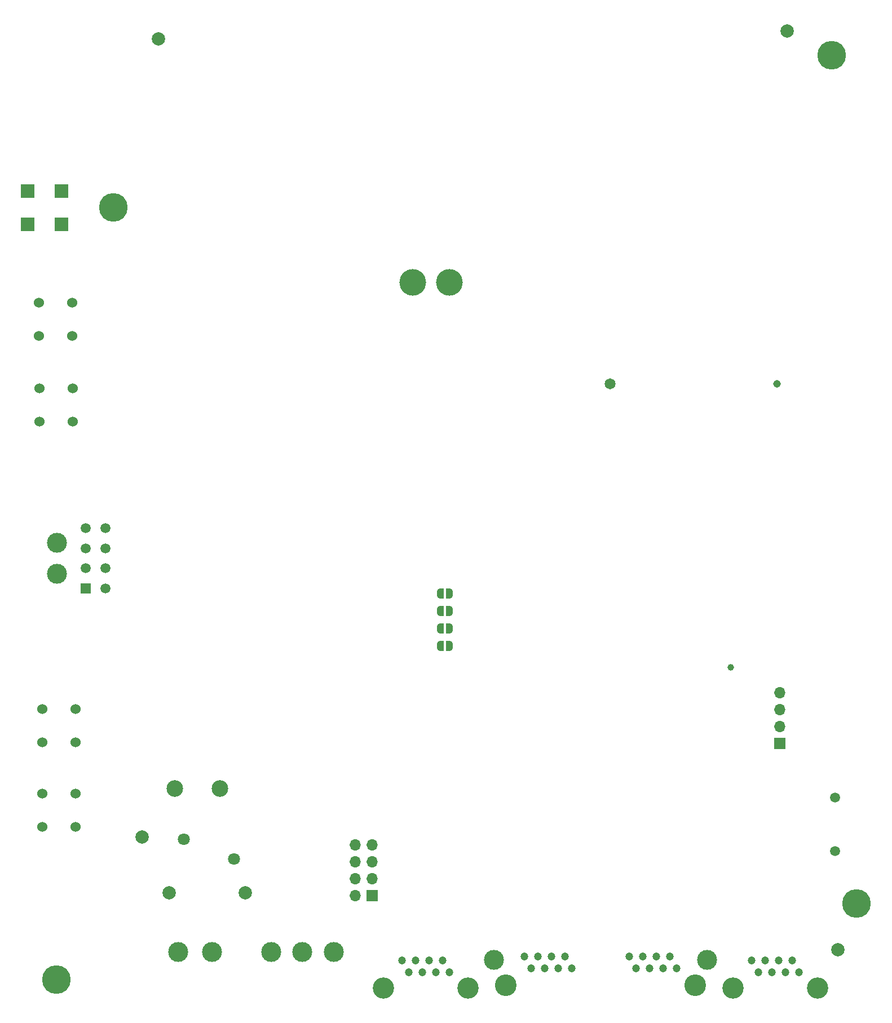
<source format=gbs>
G04 #@! TF.GenerationSoftware,KiCad,Pcbnew,7.0.6-0*
G04 #@! TF.CreationDate,2023-08-16T18:08:33-03:00*
G04 #@! TF.ProjectId,macunaima_rev2.2,6d616375-6e61-4696-9d61-5f726576322e,rev?*
G04 #@! TF.SameCoordinates,Original*
G04 #@! TF.FileFunction,Soldermask,Bot*
G04 #@! TF.FilePolarity,Negative*
%FSLAX46Y46*%
G04 Gerber Fmt 4.6, Leading zero omitted, Abs format (unit mm)*
G04 Created by KiCad (PCBNEW 7.0.6-0) date 2023-08-16 18:08:33*
%MOMM*%
%LPD*%
G01*
G04 APERTURE LIST*
G04 Aperture macros list*
%AMFreePoly0*
4,1,19,0.500000,-0.750000,0.000000,-0.750000,0.000000,-0.744911,-0.071157,-0.744911,-0.207708,-0.704816,-0.327430,-0.627875,-0.420627,-0.520320,-0.479746,-0.390866,-0.500000,-0.250000,-0.500000,0.250000,-0.479746,0.390866,-0.420627,0.520320,-0.327430,0.627875,-0.207708,0.704816,-0.071157,0.744911,0.000000,0.744911,0.000000,0.750000,0.500000,0.750000,0.500000,-0.750000,0.500000,-0.750000,
$1*%
%AMFreePoly1*
4,1,19,0.000000,0.744911,0.071157,0.744911,0.207708,0.704816,0.327430,0.627875,0.420627,0.520320,0.479746,0.390866,0.500000,0.250000,0.500000,-0.250000,0.479746,-0.390866,0.420627,-0.520320,0.327430,-0.627875,0.207708,-0.704816,0.071157,-0.744911,0.000000,-0.744911,0.000000,-0.750000,-0.500000,-0.750000,-0.500000,0.750000,0.000000,0.750000,0.000000,0.744911,0.000000,0.744911,
$1*%
G04 Aperture macros list end*
%ADD10R,1.700000X1.700000*%
%ADD11O,1.700000X1.700000*%
%ADD12C,2.000000*%
%ADD13C,2.500000*%
%ADD14C,4.000000*%
%ADD15C,4.300000*%
%ADD16C,3.200000*%
%ADD17C,1.200000*%
%ADD18C,1.651000*%
%ADD19C,1.143000*%
%ADD20C,1.498600*%
%ADD21C,1.524000*%
%ADD22R,2.000000X2.000000*%
%ADD23C,3.000000*%
%ADD24C,3.250000*%
%ADD25R,1.520000X1.520000*%
%ADD26C,1.520000*%
%ADD27C,1.800000*%
%ADD28FreePoly0,180.000000*%
%ADD29FreePoly1,180.000000*%
%ADD30C,1.000000*%
G04 APERTURE END LIST*
D10*
X53118573Y-132941702D03*
D11*
X50578573Y-132941702D03*
X53118573Y-130401702D03*
X50578573Y-130401702D03*
X53118573Y-127861702D03*
X50578573Y-127861702D03*
X53118573Y-125321702D03*
X50578573Y-125321702D03*
D12*
X34078573Y-132496773D03*
X22678573Y-132496773D03*
D13*
X23495964Y-116861773D03*
X30245964Y-116861773D03*
D14*
X59245964Y-40861773D03*
X64745964Y-40861773D03*
D15*
X122093573Y-6696773D03*
X14245573Y-29542573D03*
D10*
X114370465Y-110091773D03*
D11*
X114370465Y-107551773D03*
X114370465Y-105011773D03*
X114370465Y-102471773D03*
D16*
X107318573Y-146836773D03*
X120018573Y-146836773D03*
D17*
X117238573Y-144486773D03*
X116218573Y-142706773D03*
X115198573Y-144486773D03*
X114178573Y-142706773D03*
X113158573Y-144486773D03*
X112138573Y-142706773D03*
X111118573Y-144486773D03*
X110098573Y-142706773D03*
D16*
X54818573Y-146836773D03*
X67518573Y-146836773D03*
D17*
X64738573Y-144486773D03*
X63718573Y-142706773D03*
X62698573Y-144486773D03*
X61678573Y-142706773D03*
X60658573Y-144486773D03*
X59638573Y-142706773D03*
X58618573Y-144486773D03*
X57598573Y-142706773D03*
D18*
X88900020Y-56121174D03*
D19*
X113900022Y-56121174D03*
D20*
X122672619Y-126240296D03*
X122672619Y-118240296D03*
D21*
X8088573Y-43908573D03*
X3088573Y-43908573D03*
X8088573Y-48908573D03*
X3088573Y-48908573D03*
D22*
X6490573Y-27106573D03*
X1440573Y-27106573D03*
X6490573Y-32156573D03*
X1440573Y-32156573D03*
D21*
X8624573Y-117614573D03*
X3624573Y-117614573D03*
X8624573Y-122614573D03*
X3624573Y-122614573D03*
X8570573Y-104968573D03*
X3570573Y-104968573D03*
X8570573Y-109968573D03*
X3570573Y-109968573D03*
D23*
X23968573Y-141391773D03*
X29048573Y-141391773D03*
D24*
X73193573Y-146436773D03*
X101643573Y-146436773D03*
D17*
X98868573Y-143896773D03*
X97848573Y-142116773D03*
X96828573Y-143896773D03*
X95808573Y-142116773D03*
X94788573Y-143896773D03*
X93768573Y-142116773D03*
X92748573Y-143896773D03*
X91728573Y-142116773D03*
X83108573Y-143896773D03*
X82088573Y-142116773D03*
X81068573Y-143896773D03*
X80048573Y-142116773D03*
X79028573Y-143896773D03*
X78008573Y-142116773D03*
X76988573Y-143896773D03*
X75968573Y-142116773D03*
D23*
X103418573Y-142636773D03*
X71418573Y-142636773D03*
X5771573Y-79955823D03*
X5771573Y-84635823D03*
D25*
X10091573Y-86795823D03*
D26*
X10091573Y-83795823D03*
X10091573Y-80795823D03*
X10091573Y-77795823D03*
X13091573Y-86795823D03*
X13091573Y-83795823D03*
X13091573Y-80795823D03*
X13091573Y-77795823D03*
D23*
X37943573Y-141411773D03*
X42643573Y-141411773D03*
X47343573Y-141411773D03*
D15*
X125838573Y-134166773D03*
D27*
X24858573Y-124516773D03*
X32358573Y-127416773D03*
D21*
X8143573Y-56728573D03*
X3143573Y-56728573D03*
X8143573Y-61728573D03*
X3143573Y-61728573D03*
D15*
X5739573Y-145608573D03*
D28*
X64690573Y-87592773D03*
D29*
X63390573Y-87592773D03*
D12*
X123088573Y-141056773D03*
D28*
X64690573Y-92842105D03*
D29*
X63390573Y-92842105D03*
D12*
X21008573Y-4256773D03*
D30*
X107013573Y-98666773D03*
D12*
X18548573Y-124136773D03*
X115418573Y-3106773D03*
D28*
X64690573Y-95466773D03*
D29*
X63390573Y-95466773D03*
D28*
X64690573Y-90217439D03*
D29*
X63390573Y-90217439D03*
M02*

</source>
